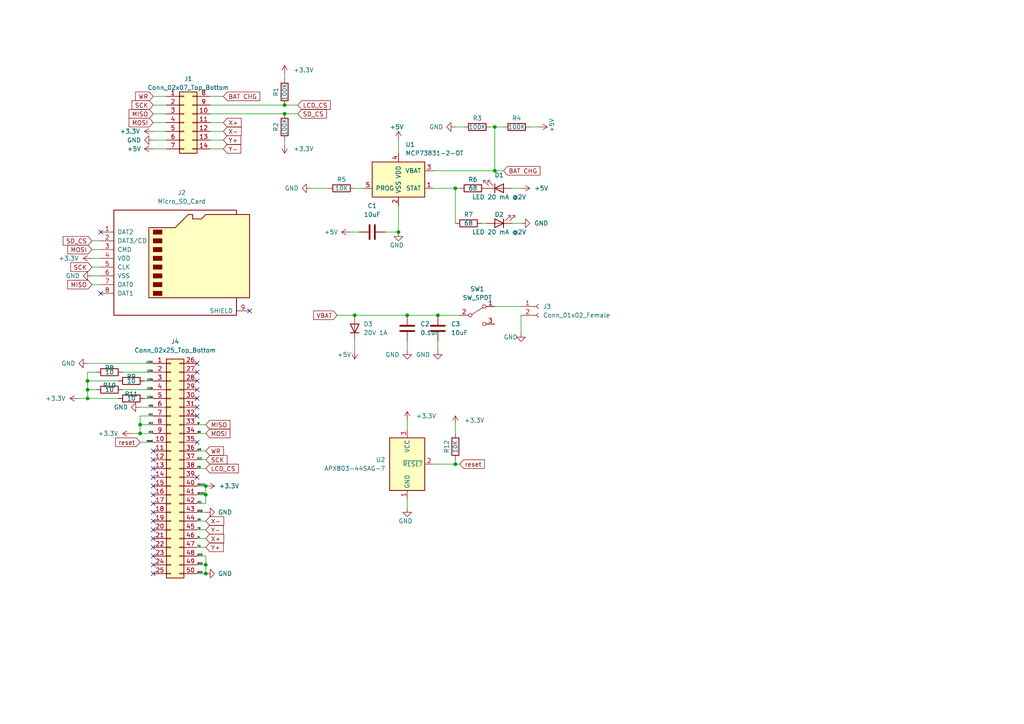
<source format=kicad_sch>
(kicad_sch (version 20211123) (generator eeschema)
  (paper "A4")
  (lib_symbols
    (symbol "Battery_Management:MCP73831-2-OT" (pin_names (offset 1.016))
      (property "Reference" "U" (at -7.62 6.35 0))
      (property "Value" "MCP73831-2-OT" (at 1.27 6.35 0))
      (symbol "MCP73831-2-OT_0_1"
        (rectangle (start -7.62 5.08) (end 7.62 -5.08) (stroke (width 0.254)) (fill (type background)))
      )
      (symbol "MCP73831-2-OT_1_1"
        (pin output line (at 10.16 -2.54 180) (length 2.54) (name "STAT") (number "1"))
        (pin power_in line (at 0 -7.62 90) (length 2.54) (name "VSS") (number "2"))
        (pin power_out line (at 10.16 2.54 180) (length 2.54) (name "VBAT") (number "3"))
        (pin power_in line (at 0 7.62 270) (length 2.54) (name "VDD") (number "4"))
        (pin input line (at -10.16 -2.54 0) (length 2.54) (name "PROG") (number "5"))
      )
    )
    (symbol "Connector:Conn_01x02_Female" (pin_names (offset 1.016) hide)
      (property "Reference" "J" (at 0 2.54 0))
      (property "Value" "Conn_01x02_Female" (at 0 -5.08 0))
      (symbol "Conn_01x02_Female_1_1"
        (arc (start 0 -2.032) (mid -0.508 -2.54) (end 0 -3.048) (stroke (width 0.1524)))
        (polyline (pts (xy -1.27 -2.54) (xy -0.508 -2.54)) (stroke (width 0.1524)))
        (polyline (pts (xy -1.27 0) (xy -0.508 0)) (stroke (width 0.1524)))
        (arc (start 0 0.508) (mid -0.508 0) (end 0 -0.508) (stroke (width 0.1524)))
        (pin passive line (at -5.08 0 0) (length 3.81) (name "Pin_1") (number "1"))
        (pin passive line (at -5.08 -2.54 0) (length 3.81) (name "Pin_2") (number "2"))
      )
    )
    (symbol "Connector:Micro_SD_Card" (pin_names (offset 1.016))
      (property "Reference" "J" (at -16.51 15.24 0))
      (property "Value" "Micro_SD_Card" (at 16.51 15.24 0))
      (symbol "Micro_SD_Card_0_1"
        (rectangle (start -7.62 -9.525) (end -5.08 -10.795) (fill (type outline)))
        (rectangle (start -7.62 -6.985) (end -5.08 -8.255) (fill (type outline)))
        (rectangle (start -7.62 -4.445) (end -5.08 -5.715) (fill (type outline)))
        (rectangle (start -7.62 -1.905) (end -5.08 -3.175) (fill (type outline)))
        (rectangle (start -7.62 0.635) (end -5.08 -0.635) (fill (type outline)))
        (rectangle (start -7.62 3.175) (end -5.08 1.905) (fill (type outline)))
        (rectangle (start -7.62 5.715) (end -5.08 4.445) (fill (type outline)))
        (rectangle (start -7.62 8.255) (end -5.08 6.985) (fill (type outline)))
        (polyline (pts (xy 16.51 12.7) (xy 16.51 13.97) (xy -19.05 13.97) (xy -19.05 -16.51) (xy 16.51 -16.51) (xy 16.51 -11.43)) (stroke (width 0.254)))
        (polyline (pts (xy -8.89 -11.43) (xy -8.89 8.89) (xy -1.27 8.89) (xy 2.54 12.7) (xy 3.81 12.7) (xy 3.81 11.43) (xy 6.35 11.43) (xy 7.62 12.7) (xy 20.32 12.7) (xy 20.32 -11.43) (xy -8.89 -11.43)) (stroke (width 0.254)) (fill (type background)))
      )
      (symbol "Micro_SD_Card_1_1"
        (pin bidirectional line (at -22.86 7.62 0) (length 3.81) (name "DAT2") (number "1"))
        (pin bidirectional line (at -22.86 5.08 0) (length 3.81) (name "DAT3/CD") (number "2"))
        (pin input line (at -22.86 2.54 0) (length 3.81) (name "CMD") (number "3"))
        (pin power_in line (at -22.86 0 0) (length 3.81) (name "VDD") (number "4"))
        (pin input line (at -22.86 -2.54 0) (length 3.81) (name "CLK") (number "5"))
        (pin power_in line (at -22.86 -5.08 0) (length 3.81) (name "VSS") (number "6"))
        (pin bidirectional line (at -22.86 -7.62 0) (length 3.81) (name "DAT0") (number "7"))
        (pin bidirectional line (at -22.86 -10.16 0) (length 3.81) (name "DAT1") (number "8"))
        (pin passive line (at 20.32 -15.24 180) (length 3.81) (name "SHIELD") (number "9"))
      )
    )
    (symbol "Connector_Generic:Conn_02x07_Top_Bottom" (pin_names (offset 1.016) hide)
      (property "Reference" "J" (at 1.27 10.16 0))
      (property "Value" "Conn_02x07_Top_Bottom" (at 1.27 -10.16 0))
      (symbol "Conn_02x07_Top_Bottom_1_1"
        (rectangle (start -1.27 -7.493) (end 0 -7.747) (stroke (width 0.1524)))
        (rectangle (start -1.27 -4.953) (end 0 -5.207) (stroke (width 0.1524)))
        (rectangle (start -1.27 -2.413) (end 0 -2.667) (stroke (width 0.1524)))
        (rectangle (start -1.27 0.127) (end 0 -0.127) (stroke (width 0.1524)))
        (rectangle (start -1.27 2.667) (end 0 2.413) (stroke (width 0.1524)))
        (rectangle (start -1.27 5.207) (end 0 4.953) (stroke (width 0.1524)))
        (rectangle (start -1.27 7.747) (end 0 7.493) (stroke (width 0.1524)))
        (rectangle (start -1.27 8.89) (end 3.81 -8.89) (stroke (width 0.254)) (fill (type background)))
        (rectangle (start 3.81 -7.493) (end 2.54 -7.747) (stroke (width 0.1524)))
        (rectangle (start 3.81 -4.953) (end 2.54 -5.207) (stroke (width 0.1524)))
        (rectangle (start 3.81 -2.413) (end 2.54 -2.667) (stroke (width 0.1524)))
        (rectangle (start 3.81 0.127) (end 2.54 -0.127) (stroke (width 0.1524)))
        (rectangle (start 3.81 2.667) (end 2.54 2.413) (stroke (width 0.1524)))
        (rectangle (start 3.81 5.207) (end 2.54 4.953) (stroke (width 0.1524)))
        (rectangle (start 3.81 7.747) (end 2.54 7.493) (stroke (width 0.1524)))
        (pin passive line (at -5.08 7.62 0) (length 3.81) (name "Pin_1") (number "1"))
        (pin passive line (at 7.62 2.54 180) (length 3.81) (name "Pin_10") (number "10"))
        (pin passive line (at 7.62 0 180) (length 3.81) (name "Pin_11") (number "11"))
        (pin passive line (at 7.62 -2.54 180) (length 3.81) (name "Pin_12") (number "12"))
        (pin passive line (at 7.62 -5.08 180) (length 3.81) (name "Pin_13") (number "13"))
        (pin passive line (at 7.62 -7.62 180) (length 3.81) (name "Pin_14") (number "14"))
        (pin passive line (at -5.08 5.08 0) (length 3.81) (name "Pin_2") (number "2"))
        (pin passive line (at -5.08 2.54 0) (length 3.81) (name "Pin_3") (number "3"))
        (pin passive line (at -5.08 0 0) (length 3.81) (name "Pin_4") (number "4"))
        (pin passive line (at -5.08 -2.54 0) (length 3.81) (name "Pin_5") (number "5"))
        (pin passive line (at -5.08 -5.08 0) (length 3.81) (name "Pin_6") (number "6"))
        (pin passive line (at -5.08 -7.62 0) (length 3.81) (name "Pin_7") (number "7"))
        (pin passive line (at 7.62 7.62 180) (length 3.81) (name "Pin_8") (number "8"))
        (pin passive line (at 7.62 5.08 180) (length 3.81) (name "Pin_9") (number "9"))
      )
    )
    (symbol "Connector_Generic:Conn_02x25_Top_Bottom" (pin_names (offset 1.016) hide)
      (property "Reference" "J" (at 1.27 33.02 0))
      (property "Value" "Conn_02x25_Top_Bottom" (at 1.27 -33.02 0))
      (symbol "Conn_02x25_Top_Bottom_1_1"
        (rectangle (start -1.27 -30.353) (end 0 -30.607) (stroke (width 0.1524)))
        (rectangle (start -1.27 -27.813) (end 0 -28.067) (stroke (width 0.1524)))
        (rectangle (start -1.27 -25.273) (end 0 -25.527) (stroke (width 0.1524)))
        (rectangle (start -1.27 -22.733) (end 0 -22.987) (stroke (width 0.1524)))
        (rectangle (start -1.27 -20.193) (end 0 -20.447) (stroke (width 0.1524)))
        (rectangle (start -1.27 -17.653) (end 0 -17.907) (stroke (width 0.1524)))
        (rectangle (start -1.27 -15.113) (end 0 -15.367) (stroke (width 0.1524)))
        (rectangle (start -1.27 -12.573) (end 0 -12.827) (stroke (width 0.1524)))
        (rectangle (start -1.27 -10.033) (end 0 -10.287) (stroke (width 0.1524)))
        (rectangle (start -1.27 -7.493) (end 0 -7.747) (stroke (width 0.1524)))
        (rectangle (start -1.27 -4.953) (end 0 -5.207) (stroke (width 0.1524)))
        (rectangle (start -1.27 -2.413) (end 0 -2.667) (stroke (width 0.1524)))
        (rectangle (start -1.27 0.127) (end 0 -0.127) (stroke (width 0.1524)))
        (rectangle (start -1.27 2.667) (end 0 2.413) (stroke (width 0.1524)))
        (rectangle (start -1.27 5.207) (end 0 4.953) (stroke (width 0.1524)))
        (rectangle (start -1.27 7.747) (end 0 7.493) (stroke (width 0.1524)))
        (rectangle (start -1.27 10.287) (end 0 10.033) (stroke (width 0.1524)))
        (rectangle (start -1.27 12.827) (end 0 12.573) (stroke (width 0.1524)))
        (rectangle (start -1.27 15.367) (end 0 15.113) (stroke (width 0.1524)))
        (rectangle (start -1.27 17.907) (end 0 17.653) (stroke (width 0.1524)))
        (rectangle (start -1.27 20.447) (end 0 20.193) (stroke (width 0.1524)))
        (rectangle (start -1.27 22.987) (end 0 22.733) (stroke (width 0.1524)))
        (rectangle (start -1.27 25.527) (end 0 25.273) (stroke (width 0.1524)))
        (rectangle (start -1.27 28.067) (end 0 27.813) (stroke (width 0.1524)))
        (rectangle (start -1.27 30.607) (end 0 30.353) (stroke (width 0.1524)))
        (rectangle (start -1.27 31.75) (end 3.81 -31.75) (stroke (width 0.254)) (fill (type background)))
        (rectangle (start 3.81 -30.353) (end 2.54 -30.607) (stroke (width 0.1524)))
        (rectangle (start 3.81 -27.813) (end 2.54 -28.067) (stroke (width 0.1524)))
        (rectangle (start 3.81 -25.273) (end 2.54 -25.527) (stroke (width 0.1524)))
        (rectangle (start 3.81 -22.733) (end 2.54 -22.987) (stroke (width 0.1524)))
        (rectangle (start 3.81 -20.193) (end 2.54 -20.447) (stroke (width 0.1524)))
        (rectangle (start 3.81 -17.653) (end 2.54 -17.907) (stroke (width 0.1524)))
        (rectangle (start 3.81 -15.113) (end 2.54 -15.367) (stroke (width 0.1524)))
        (rectangle (start 3.81 -12.573) (end 2.54 -12.827) (stroke (width 0.1524)))
        (rectangle (start 3.81 -10.033) (end 2.54 -10.287) (stroke (width 0.1524)))
        (rectangle (start 3.81 -7.493) (end 2.54 -7.747) (stroke (width 0.1524)))
        (rectangle (start 3.81 -4.953) (end 2.54 -5.207) (stroke (width 0.1524)))
        (rectangle (start 3.81 -2.413) (end 2.54 -2.667) (stroke (width 0.1524)))
        (rectangle (start 3.81 0.127) (end 2.54 -0.127) (stroke (width 0.1524)))
        (rectangle (start 3.81 2.667) (end 2.54 2.413) (stroke (width 0.1524)))
        (rectangle (start 3.81 5.207) (end 2.54 4.953) (stroke (width 0.1524)))
        (rectangle (start 3.81 7.747) (end 2.54 7.493) (stroke (width 0.1524)))
        (rectangle (start 3.81 10.287) (end 2.54 10.033) (stroke (width 0.1524)))
        (rectangle (start 3.81 12.827) (end 2.54 12.573) (stroke (width 0.1524)))
        (rectangle (start 3.81 15.367) (end 2.54 15.113) (stroke (width 0.1524)))
        (rectangle (start 3.81 17.907) (end 2.54 17.653) (stroke (width 0.1524)))
        (rectangle (start 3.81 20.447) (end 2.54 20.193) (stroke (width 0.1524)))
        (rectangle (start 3.81 22.987) (end 2.54 22.733) (stroke (width 0.1524)))
        (rectangle (start 3.81 25.527) (end 2.54 25.273) (stroke (width 0.1524)))
        (rectangle (start 3.81 28.067) (end 2.54 27.813) (stroke (width 0.1524)))
        (rectangle (start 3.81 30.607) (end 2.54 30.353) (stroke (width 0.1524)))
        (pin passive line (at -5.08 30.48 0) (length 3.81) (name "Pin_1") (number "1"))
        (pin passive line (at -5.08 7.62 0) (length 3.81) (name "Pin_10") (number "10"))
        (pin passive line (at -5.08 5.08 0) (length 3.81) (name "Pin_11") (number "11"))
        (pin passive line (at -5.08 2.54 0) (length 3.81) (name "Pin_12") (number "12"))
        (pin passive line (at -5.08 0 0) (length 3.81) (name "Pin_13") (number "13"))
        (pin passive line (at -5.08 -2.54 0) (length 3.81) (name "Pin_14") (number "14"))
        (pin passive line (at -5.08 -5.08 0) (length 3.81) (name "Pin_15") (number "15"))
        (pin passive line (at -5.08 -7.62 0) (length 3.81) (name "Pin_16") (number "16"))
        (pin passive line (at -5.08 -10.16 0) (length 3.81) (name "Pin_17") (number "17"))
        (pin passive line (at -5.08 -12.7 0) (length 3.81) (name "Pin_18") (number "18"))
        (pin passive line (at -5.08 -15.24 0) (length 3.81) (name "Pin_19") (number "19"))
        (pin passive line (at -5.08 27.94 0) (length 3.81) (name "Pin_2") (number "2"))
        (pin passive line (at -5.08 -17.78 0) (length 3.81) (name "Pin_20") (number "20"))
        (pin passive line (at -5.08 -20.32 0) (length 3.81) (name "Pin_21") (number "21"))
        (pin passive line (at -5.08 -22.86 0) (length 3.81) (name "Pin_22") (number "22"))
        (pin passive line (at -5.08 -25.4 0) (length 3.81) (name "Pin_23") (number "23"))
        (pin passive line (at -5.08 -27.94 0) (length 3.81) (name "Pin_24") (number "24"))
        (pin passive line (at -5.08 -30.48 0) (length 3.81) (name "Pin_25") (number "25"))
        (pin passive line (at 7.62 30.48 180) (length 3.81) (name "Pin_26") (number "26"))
        (pin passive line (at 7.62 27.94 180) (length 3.81) (name "Pin_27") (number "27"))
        (pin passive line (at 7.62 25.4 180) (length 3.81) (name "Pin_28") (number "28"))
        (pin passive line (at 7.62 22.86 180) (length 3.81) (name "Pin_29") (number "29"))
        (pin passive line (at -5.08 25.4 0) (length 3.81) (name "Pin_3") (number "3"))
        (pin passive line (at 7.62 20.32 180) (length 3.81) (name "Pin_30") (number "30"))
        (pin passive line (at 7.62 17.78 180) (length 3.81) (name "Pin_31") (number "31"))
        (pin passive line (at 7.62 15.24 180) (length 3.81) (name "Pin_32") (number "32"))
        (pin passive line (at 7.62 12.7 180) (length 3.81) (name "Pin_33") (number "33"))
        (pin passive line (at 7.62 10.16 180) (length 3.81) (name "Pin_34") (number "34"))
        (pin passive line (at 7.62 7.62 180) (length 3.81) (name "Pin_35") (number "35"))
        (pin passive line (at 7.62 5.08 180) (length 3.81) (name "Pin_36") (number "36"))
        (pin passive line (at 7.62 2.54 180) (length 3.81) (name "Pin_37") (number "37"))
        (pin passive line (at 7.62 0 180) (length 3.81) (name "Pin_38") (number "38"))
        (pin passive line (at 7.62 -2.54 180) (length 3.81) (name "Pin_39") (number "39"))
        (pin passive line (at -5.08 22.86 0) (length 3.81) (name "Pin_4") (number "4"))
        (pin passive line (at 7.62 -5.08 180) (length 3.81) (name "Pin_40") (number "40"))
        (pin passive line (at 7.62 -7.62 180) (length 3.81) (name "Pin_41") (number "41"))
        (pin passive line (at 7.62 -10.16 180) (length 3.81) (name "Pin_42") (number "42"))
        (pin passive line (at 7.62 -12.7 180) (length 3.81) (name "Pin_43") (number "43"))
        (pin passive line (at 7.62 -15.24 180) (length 3.81) (name "Pin_44") (number "44"))
        (pin passive line (at 7.62 -17.78 180) (length 3.81) (name "Pin_45") (number "45"))
        (pin passive line (at 7.62 -20.32 180) (length 3.81) (name "Pin_46") (number "46"))
        (pin passive line (at 7.62 -22.86 180) (length 3.81) (name "Pin_47") (number "47"))
        (pin passive line (at 7.62 -25.4 180) (length 3.81) (name "Pin_48") (number "48"))
        (pin passive line (at 7.62 -27.94 180) (length 3.81) (name "Pin_49") (number "49"))
        (pin passive line (at -5.08 20.32 0) (length 3.81) (name "Pin_5") (number "5"))
        (pin passive line (at 7.62 -30.48 180) (length 3.81) (name "Pin_50") (number "50"))
        (pin passive line (at -5.08 17.78 0) (length 3.81) (name "Pin_6") (number "6"))
        (pin passive line (at -5.08 15.24 0) (length 3.81) (name "Pin_7") (number "7"))
        (pin passive line (at -5.08 12.7 0) (length 3.81) (name "Pin_8") (number "8"))
        (pin passive line (at -5.08 10.16 0) (length 3.81) (name "Pin_9") (number "9"))
      )
    )
    (symbol "Device:C" (pin_numbers hide) (pin_names (offset 0.254))
      (property "Reference" "C" (at 0.635 2.54 0))
      (property "Value" "C" (at 0.635 -2.54 0))
      (symbol "C_0_1"
        (polyline (pts (xy -2.032 -0.762) (xy 2.032 -0.762)) (stroke (width 0.508)))
        (polyline (pts (xy -2.032 0.762) (xy 2.032 0.762)) (stroke (width 0.508)))
      )
      (symbol "C_1_1"
        (pin passive line (at 0 3.81 270) (length 2.794) (name "~") (number "1"))
        (pin passive line (at 0 -3.81 90) (length 2.794) (name "~") (number "2"))
      )
    )
    (symbol "Device:D" (pin_numbers hide) (pin_names (offset 1.016) hide)
      (property "Reference" "D" (at 0 2.54 0))
      (property "Value" "D" (at 0 -2.54 0))
      (symbol "D_0_1"
        (polyline (pts (xy -1.27 1.27) (xy -1.27 -1.27)) (stroke (width 0.254)))
        (polyline (pts (xy 1.27 0) (xy -1.27 0)))
        (polyline (pts (xy 1.27 1.27) (xy 1.27 -1.27) (xy -1.27 0) (xy 1.27 1.27)) (stroke (width 0.254)))
      )
      (symbol "D_1_1"
        (pin passive line (at -3.81 0 0) (length 2.54) (name "K") (number "1"))
        (pin passive line (at 3.81 0 180) (length 2.54) (name "A") (number "2"))
      )
    )
    (symbol "Device:LED" (pin_numbers hide) (pin_names (offset 1.016) hide)
      (property "Reference" "D" (at 0 2.54 0))
      (property "Value" "LED" (at 0 -2.54 0))
      (symbol "LED_0_1"
        (polyline (pts (xy -1.27 -1.27) (xy -1.27 1.27)) (stroke (width 0.254)))
        (polyline (pts (xy -1.27 0) (xy 1.27 0)))
        (polyline (pts (xy 1.27 -1.27) (xy 1.27 1.27) (xy -1.27 0) (xy 1.27 -1.27)) (stroke (width 0.254)))
        (polyline (pts (xy -3.048 -0.762) (xy -4.572 -2.286) (xy -3.81 -2.286) (xy -4.572 -2.286) (xy -4.572 -1.524)))
        (polyline (pts (xy -1.778 -0.762) (xy -3.302 -2.286) (xy -2.54 -2.286) (xy -3.302 -2.286) (xy -3.302 -1.524)))
      )
      (symbol "LED_1_1"
        (pin passive line (at -3.81 0 0) (length 2.54) (name "K") (number "1"))
        (pin passive line (at 3.81 0 180) (length 2.54) (name "A") (number "2"))
      )
    )
    (symbol "Device:R" (pin_numbers hide) (pin_names (offset 0))
      (property "Reference" "R" (at 2.032 0 90))
      (property "Value" "R" (at 0 0 90))
      (symbol "R_0_1"
        (rectangle (start -1.016 -2.54) (end 1.016 2.54) (stroke (width 0.254)))
      )
      (symbol "R_1_1"
        (pin passive line (at 0 3.81 270) (length 1.27) (name "~") (number "1"))
        (pin passive line (at 0 -3.81 90) (length 1.27) (name "~") (number "2"))
      )
    )
    (symbol "Power_Supervisor:LM809"
      (property "Reference" "U" (at 2.54 12.7 0))
      (property "Value" "LM809" (at 5.08 10.16 0))
      (symbol "LM809_0_1"
        (rectangle (start 5.08 7.62) (end -5.08 -7.62) (stroke (width 0.254)) (fill (type background)))
      )
      (symbol "LM809_1_1"
        (pin power_in line (at 0 -10.16 90) (length 2.54) (name "GND") (number "1"))
        (pin output line (at 7.62 0 180) (length 2.54) (name "~{RESET}") (number "2"))
        (pin power_in line (at 0 10.16 270) (length 2.54) (name "VCC") (number "3"))
      )
    )
    (symbol "Switch:SW_SPDT" (pin_names (offset 0) hide)
      (property "Reference" "SW" (at 0 4.318 0))
      (property "Value" "SW_SPDT" (at 0 -5.08 0))
      (symbol "SW_SPDT_0_0"
        (circle (center -2.032 0) (radius 0.508))
        (circle (center 2.032 -2.54) (radius 0.508))
      )
      (symbol "SW_SPDT_0_1"
        (polyline (pts (xy -1.524 0.254) (xy 1.651 2.286)))
        (circle (center 2.032 2.54) (radius 0.508))
      )
      (symbol "SW_SPDT_1_1"
        (pin passive line (at 5.08 2.54 180) (length 2.54) (name "A") (number "1"))
        (pin passive line (at -5.08 0 0) (length 2.54) (name "B") (number "2"))
        (pin passive line (at 5.08 -2.54 180) (length 2.54) (name "C") (number "3"))
      )
    )
    (symbol "power:+3.3V" (power) (pin_names (offset 0))
      (property "Value" "+3.3V" (at 0 3.556 0))
      (symbol "+3.3V_0_1"
        (polyline (pts (xy -0.762 1.27) (xy 0 2.54)))
        (polyline (pts (xy 0 0) (xy 0 2.54)))
        (polyline (pts (xy 0 2.54) (xy 0.762 1.27)))
      )
      (symbol "+3.3V_1_1"
        (pin power_in line (at 0 0 90) (length 0) hide (name "+3.3V") (number "1"))
      )
    )
    (symbol "power:+5V" (power) (pin_names (offset 0))
      (property "Value" "+5V" (at 0 3.556 0))
      (symbol "+5V_0_1"
        (polyline (pts (xy -0.762 1.27) (xy 0 2.54)))
        (polyline (pts (xy 0 0) (xy 0 2.54)))
        (polyline (pts (xy 0 2.54) (xy 0.762 1.27)))
      )
      (symbol "+5V_1_1"
        (pin power_in line (at 0 0 90) (length 0) hide (name "+5V") (number "1"))
      )
    )
    (symbol "power:GND" (power) (pin_names (offset 0))
      (property "Value" "GND" (at 0 -3.81 0))
      (symbol "GND_0_1"
        (polyline (pts (xy 0 0) (xy 0 -1.27) (xy 1.27 -1.27) (xy 0 -2.54) (xy -1.27 -1.27) (xy 0 -1.27)))
      )
      (symbol "GND_1_1"
        (pin power_in line (at 0 0 270) (length 0) hide (name "GND") (number "1"))
      )
    )
  )
  (junction (at 25.4 113.03))
  (junction (at 132.08 54.61))
  (junction (at 59.69 163.83))
  (junction (at 82.55 30.48))
  (junction (at 25.4 115.57))
  (junction (at 40.64 125.73))
  (junction (at 143.51 49.53))
  (junction (at 143.51 36.83))
  (junction (at 59.69 166.37))
  (junction (at 40.64 123.19))
  (junction (at 25.4 110.49))
  (junction (at 127 91.44))
  (junction (at 102.87 91.44))
  (junction (at 59.69 140.97))
  (junction (at 132.08 134.62))
  (junction (at 59.69 143.51))
  (junction (at 82.55 33.02))
  (junction (at 118.11 91.44))
  (junction (at 115.57 67.31))
  (no_connect (at 44.45 135.89))
  (no_connect (at 44.45 130.81))
  (no_connect (at 44.45 133.35))
  (no_connect (at 29.21 85.09))
  (no_connect (at 29.21 67.31))
  (no_connect (at 72.39 90.17))
  (no_connect (at 57.15 118.11))
  (no_connect (at 44.45 140.97))
  (no_connect (at 44.45 143.51))
  (no_connect (at 44.45 146.05))
  (no_connect (at 44.45 148.59))
  (no_connect (at 44.45 151.13))
  (no_connect (at 44.45 153.67))
  (no_connect (at 44.45 156.21))
  (no_connect (at 44.45 158.75))
  (no_connect (at 44.45 161.29))
  (no_connect (at 44.45 163.83))
  (no_connect (at 44.45 166.37))
  (no_connect (at 57.15 120.65))
  (no_connect (at 57.15 128.27))
  (no_connect (at 57.15 138.43))
  (no_connect (at 57.15 105.41))
  (no_connect (at 57.15 107.95))
  (no_connect (at 57.15 110.49))
  (no_connect (at 57.15 113.03))
  (no_connect (at 57.15 115.57))
  (no_connect (at 44.45 138.43))
  (wire (pts (xy 60.96 43.18) (xy 64.77 43.18)))
  (wire (pts (xy 57.15 153.67) (xy 59.69 153.67)))
  (wire (pts (xy 125.73 54.61) (xy 132.08 54.61)))
  (wire (pts (xy 57.15 156.21) (xy 59.69 156.21)))
  (wire (pts (xy 25.4 110.49) (xy 25.4 113.03)))
  (wire (pts (xy 102.87 99.06) (xy 102.87 101.6)))
  (wire (pts (xy 148.59 64.77) (xy 151.13 64.77)))
  (wire (pts (xy 57.15 135.89) (xy 59.69 135.89)))
  (wire (pts (xy 127 101.6) (xy 127 99.06)))
  (wire (pts (xy 143.51 88.9) (xy 151.13 88.9)))
  (wire (pts (xy 60.96 35.56) (xy 64.77 35.56)))
  (wire (pts (xy 27.94 107.95) (xy 25.4 107.95)))
  (wire (pts (xy 40.64 123.19) (xy 40.64 120.65)))
  (wire (pts (xy 26.67 69.85) (xy 29.21 69.85)))
  (wire (pts (xy 26.67 77.47) (xy 29.21 77.47)))
  (wire (pts (xy 22.86 115.57) (xy 25.4 115.57)))
  (wire (pts (xy 57.15 146.05) (xy 59.69 146.05)))
  (wire (pts (xy 127 91.44) (xy 133.35 91.44)))
  (wire (pts (xy 35.56 113.03) (xy 44.45 113.03)))
  (wire (pts (xy 25.4 115.57) (xy 34.29 115.57)))
  (wire (pts (xy 60.96 38.1) (xy 64.77 38.1)))
  (wire (pts (xy 82.55 40.64) (xy 82.55 41.91)))
  (wire (pts (xy 38.1 125.73) (xy 40.64 125.73)))
  (wire (pts (xy 143.51 49.53) (xy 143.51 36.83)))
  (wire (pts (xy 25.4 113.03) (xy 27.94 113.03)))
  (wire (pts (xy 132.08 54.61) (xy 132.08 64.77)))
  (wire (pts (xy 26.67 72.39) (xy 29.21 72.39)))
  (wire (pts (xy 153.67 36.83) (xy 156.21 36.83)))
  (wire (pts (xy 57.15 148.59) (xy 59.69 148.59)))
  (wire (pts (xy 82.55 33.02) (xy 86.36 33.02)))
  (wire (pts (xy 40.64 120.65) (xy 44.45 120.65)))
  (wire (pts (xy 40.64 118.11) (xy 44.45 118.11)))
  (wire (pts (xy 132.08 123.19) (xy 132.08 125.73)))
  (wire (pts (xy 132.08 134.62) (xy 132.08 133.35)))
  (wire (pts (xy 41.91 115.57) (xy 44.45 115.57)))
  (wire (pts (xy 44.45 125.73) (xy 40.64 125.73)))
  (wire (pts (xy 26.67 74.93) (xy 29.21 74.93)))
  (wire (pts (xy 25.4 113.03) (xy 25.4 115.57)))
  (wire (pts (xy 82.55 30.48) (xy 86.36 30.48)))
  (wire (pts (xy 57.15 143.51) (xy 59.69 143.51)))
  (wire (pts (xy 44.45 38.1) (xy 48.26 38.1)))
  (wire (pts (xy 35.56 107.95) (xy 44.45 107.95)))
  (wire (pts (xy 26.67 80.01) (xy 29.21 80.01)))
  (wire (pts (xy 143.51 49.53) (xy 146.05 49.53)))
  (wire (pts (xy 41.91 110.49) (xy 44.45 110.49)))
  (wire (pts (xy 102.87 91.44) (xy 118.11 91.44)))
  (wire (pts (xy 59.69 163.83) (xy 59.69 166.37)))
  (wire (pts (xy 60.96 40.64) (xy 64.77 40.64)))
  (wire (pts (xy 40.64 125.73) (xy 40.64 123.19)))
  (wire (pts (xy 25.4 110.49) (xy 34.29 110.49)))
  (wire (pts (xy 44.45 123.19) (xy 40.64 123.19)))
  (wire (pts (xy 60.96 30.48) (xy 82.55 30.48)))
  (wire (pts (xy 57.15 151.13) (xy 59.69 151.13)))
  (wire (pts (xy 57.15 163.83) (xy 59.69 163.83)))
  (wire (pts (xy 59.69 161.29) (xy 59.69 163.83)))
  (wire (pts (xy 118.11 99.06) (xy 118.11 101.6)))
  (wire (pts (xy 57.15 161.29) (xy 59.69 161.29)))
  (wire (pts (xy 57.15 158.75) (xy 59.69 158.75)))
  (wire (pts (xy 115.57 40.64) (xy 115.57 44.45)))
  (wire (pts (xy 148.59 54.61) (xy 151.13 54.61)))
  (wire (pts (xy 44.45 40.64) (xy 48.26 40.64)))
  (wire (pts (xy 115.57 59.69) (xy 115.57 67.31)))
  (wire (pts (xy 57.15 130.81) (xy 59.69 130.81)))
  (wire (pts (xy 44.45 30.48) (xy 48.26 30.48)))
  (wire (pts (xy 151.13 91.44) (xy 151.13 96.52)))
  (wire (pts (xy 57.15 125.73) (xy 59.69 125.73)))
  (wire (pts (xy 143.51 36.83) (xy 146.05 36.83)))
  (wire (pts (xy 40.64 128.27) (xy 44.45 128.27)))
  (wire (pts (xy 82.55 21.59) (xy 82.55 22.86)))
  (wire (pts (xy 60.96 33.02) (xy 82.55 33.02)))
  (wire (pts (xy 101.6 67.31) (xy 104.14 67.31)))
  (wire (pts (xy 132.08 36.83) (xy 134.62 36.83)))
  (wire (pts (xy 118.11 121.92) (xy 118.11 124.46)))
  (wire (pts (xy 57.15 166.37) (xy 59.69 166.37)))
  (wire (pts (xy 25.4 105.41) (xy 44.45 105.41)))
  (wire (pts (xy 142.24 36.83) (xy 143.51 36.83)))
  (wire (pts (xy 139.7 64.77) (xy 140.97 64.77)))
  (wire (pts (xy 57.15 133.35) (xy 59.69 133.35)))
  (wire (pts (xy 132.08 134.62) (xy 133.35 134.62)))
  (wire (pts (xy 102.87 54.61) (xy 105.41 54.61)))
  (wire (pts (xy 59.69 140.97) (xy 59.69 143.51)))
  (wire (pts (xy 25.4 107.95) (xy 25.4 110.49)))
  (wire (pts (xy 57.15 123.19) (xy 59.69 123.19)))
  (wire (pts (xy 132.08 54.61) (xy 133.35 54.61)))
  (wire (pts (xy 44.45 33.02) (xy 48.26 33.02)))
  (wire (pts (xy 118.11 144.78) (xy 118.11 147.32)))
  (wire (pts (xy 59.69 143.51) (xy 59.69 146.05)))
  (wire (pts (xy 44.45 35.56) (xy 48.26 35.56)))
  (wire (pts (xy 26.67 82.55) (xy 29.21 82.55)))
  (wire (pts (xy 60.96 27.94) (xy 64.77 27.94)))
  (wire (pts (xy 44.45 43.18) (xy 48.26 43.18)))
  (wire (pts (xy 90.17 54.61) (xy 95.25 54.61)))
  (wire (pts (xy 97.79 91.44) (xy 102.87 91.44)))
  (wire (pts (xy 57.15 140.97) (xy 59.69 140.97)))
  (wire (pts (xy 125.73 49.53) (xy 143.51 49.53)))
  (wire (pts (xy 44.45 27.94) (xy 48.26 27.94)))
  (wire (pts (xy 118.11 91.44) (xy 127 91.44)))
  (wire (pts (xy 125.73 134.62) (xy 132.08 134.62)))
  (wire (pts (xy 111.76 67.31) (xy 115.57 67.31)))
  (label "VCL" (at 57.15 146.05 0) (effects (font (size 0.5 0.5))))
  (label "GND" (at 57.15 148.59 0) (effects (font (size 0.5 0.5))))
  (label "YU" (at 57.15 158.75 0) (effects (font (size 0.5 0.5))))
  (label "IOVCC" (at 57.15 143.51 0) (effects (font (size 0.5 0.5))))
  (label "GND" (at 57.15 163.83 0) (effects (font (size 0.5 0.5))))
  (label "DO" (at 57.15 125.73 0) (effects (font (size 0.5 0.5))))
  (label "IM2" (at 44.45 123.19 180) (effects (font (size 0.5 0.5))))
  (label "GND" (at 57.15 161.29 0) (effects (font (size 0.5 0.5))))
  (label "reset" (at 44.45 128.27 180) (effects (font (size 0.5 0.5))))
  (label "LEDA" (at 44.45 115.57 180) (effects (font (size 0.5 0.5))))
  (label "LEDK" (at 44.45 105.41 180) (effects (font (size 0.5 0.5))))
  (label "LEDA" (at 44.45 110.49 180) (effects (font (size 0.5 0.5))))
  (label "WR" (at 57.15 130.81 0) (effects (font (size 0.5 0.5))))
  (label "GND" (at 57.15 166.37 0) (effects (font (size 0.5 0.5))))
  (label "LEDA" (at 44.45 113.03 180) (effects (font (size 0.5 0.5))))
  (label "IM0" (at 44.45 118.11 180) (effects (font (size 0.5 0.5))))
  (label "LEDA" (at 44.45 107.95 180) (effects (font (size 0.5 0.5))))
  (label "YD" (at 57.15 153.67 0) (effects (font (size 0.5 0.5))))
  (label "XL" (at 57.15 156.21 0) (effects (font (size 0.5 0.5))))
  (label "IM3" (at 44.45 125.73 180) (effects (font (size 0.5 0.5))))
  (label "DI" (at 57.15 123.19 0) (effects (font (size 0.5 0.5))))
  (label "IM1" (at 44.45 120.65 180) (effects (font (size 0.5 0.5))))
  (label "CS" (at 57.15 135.89 0) (effects (font (size 0.5 0.5))))
  (label "IOVCC" (at 57.15 140.97 0) (effects (font (size 0.5 0.5))))
  (label "XR" (at 57.15 151.13 0) (effects (font (size 0.5 0.5))))
  (label "CLK" (at 57.15 133.35 0) (effects (font (size 0.5 0.5))))
  (global_label "X-" (shape input) (at 64.77 38.1 0) (property "Intersheet References" "${INTERSHEET_REFS}" (effects hide)))
  (global_label "BAT CHG" (shape input) (at 64.77 27.94 0) (property "Intersheet References" "${INTERSHEET_REFS}" (effects hide)))
  (global_label "LCD_CS" (shape input) (at 59.69 135.89 0) (property "Intersheet References" "${INTERSHEET_REFS}" (effects hide)))
  (global_label "Y-" (shape input) (at 64.77 43.18 0) (property "Intersheet References" "${INTERSHEET_REFS}" (effects hide)))
  (global_label "Y-" (shape input) (at 59.69 153.67 0) (property "Intersheet References" "${INTERSHEET_REFS}" (effects hide)))
  (global_label "WR" (shape input) (at 59.69 130.81 0) (property "Intersheet References" "${INTERSHEET_REFS}" (effects hide)))
  (global_label "reset" (shape input) (at 40.64 128.27 180) (property "Intersheet References" "${INTERSHEET_REFS}" (effects hide)))
  (global_label "MISO" (shape input) (at 44.45 33.02 180) (property "Intersheet References" "${INTERSHEET_REFS}" (effects hide)))
  (global_label "BAT CHG" (shape input) (at 146.05 49.53 0) (property "Intersheet References" "${INTERSHEET_REFS}" (effects hide)))
  (global_label "LCD_CS" (shape input) (at 86.36 30.48 0) (property "Intersheet References" "${INTERSHEET_REFS}" (effects hide)))
  (global_label "WR" (shape input) (at 44.45 27.94 180) (property "Intersheet References" "${INTERSHEET_REFS}" (effects hide)))
  (global_label "MOSI" (shape input) (at 59.69 125.73 0) (property "Intersheet References" "${INTERSHEET_REFS}" (effects hide)))
  (global_label "X+" (shape input) (at 59.69 156.21 0) (property "Intersheet References" "${INTERSHEET_REFS}" (effects hide)))
  (global_label "SCK" (shape input) (at 59.69 133.35 0) (property "Intersheet References" "${INTERSHEET_REFS}" (effects hide)))
  (global_label "Y+" (shape input) (at 64.77 40.64 0) (property "Intersheet References" "${INTERSHEET_REFS}" (effects hide)))
  (global_label "Y+" (shape input) (at 59.69 158.75 0) (property "Intersheet References" "${INTERSHEET_REFS}" (effects hide)))
  (global_label "X+" (shape input) (at 64.77 35.56 0) (property "Intersheet References" "${INTERSHEET_REFS}" (effects hide)))
  (global_label "MISO" (shape input) (at 59.69 123.19 0) (property "Intersheet References" "${INTERSHEET_REFS}" (effects hide)))
  (global_label "VBAT" (shape input) (at 97.79 91.44 180) (property "Intersheet References" "${INTERSHEET_REFS}" (effects hide)))
  (global_label "MOSI" (shape input) (at 44.45 35.56 180) (property "Intersheet References" "${INTERSHEET_REFS}" (effects hide)))
  (global_label "SD_CS" (shape input) (at 86.36 33.02 0) (property "Intersheet References" "${INTERSHEET_REFS}" (effects hide)))
  (global_label "SD_CS" (shape input) (at 26.67 69.85 180) (property "Intersheet References" "${INTERSHEET_REFS}" (effects hide)))
  (global_label "SCK" (shape input) (at 44.45 30.48 180) (property "Intersheet References" "${INTERSHEET_REFS}" (effects hide)))
  (global_label "X-" (shape input) (at 59.69 151.13 0) (property "Intersheet References" "${INTERSHEET_REFS}" (effects hide)))
  (global_label "MOSI" (shape input) (at 26.67 72.39 180) (property "Intersheet References" "${INTERSHEET_REFS}" (effects hide)))
  (global_label "MISO" (shape input) (at 26.67 82.55 180) (property "Intersheet References" "${INTERSHEET_REFS}" (effects hide)))
  (global_label "SCK" (shape input) (at 26.67 77.47 180) (property "Intersheet References" "${INTERSHEET_REFS}" (effects hide)))
  (global_label "reset" (shape input) (at 133.35 134.62 0) (property "Intersheet References" "${INTERSHEET_REFS}" (effects hide)))
  (symbol (lib_id "Device:R") (at 38.1 115.57 90) (unit 1)
    (property "Reference" "R11" (at 38.1 114.3 90))
    (property "Value" "10" (at 38.1 115.57 90))
    (property "Footprint" "Resistor_SMD:R_0805_2012Metric" (effects hide))
  )
  (symbol (lib_id "Connector:Conn_01x02_Female") (at 156.21 88.9 0) (unit 1)
    (property "Reference" "J3" (at 157.48 88.8999 0) (effects (justify left)))
    (property "Value" "Conn_01x02_Female" (at 157.48 91.4399 0) (effects (justify left)))
    (property "Footprint" "Connector_JST:JST_PH_S2B-PH-SM4-TB_1x02-1MP_P2.00mm_Horizontal" (effects hide))
    (property "LCSC" "C295747" (effects hide))
  )
  (symbol (lib_id "power:GND") (at 118.11 147.32 0) (unit 1)
    (property "Reference" "#PWR028" (effects hide))
    (property "Value" "GND" (at 115.57 151.13 0) (effects (justify left)))
  )
  (symbol (lib_id "Power_Supervisor:LM809") (at 118.11 134.62 0) (unit 1)
    (property "Reference" "U2" (at 111.76 133.3499 0) (effects (justify right)))
    (property "Value" "APX803-44SAG-7" (at 111.76 135.8899 0) (effects (justify right)))
    (property "Footprint" "Package_TO_SOT_SMD:SOT-23" (effects hide))
    (property "Datasheet" "http://www.ti.com/lit/ds/symlink/lm809.pdf" (effects hide))
    (property "LCSC" "C9965" (effects hide))
  )
  (symbol (lib_id "Connector:Micro_SD_Card") (at 52.07 74.93 0) (unit 1)
    (property "Reference" "J2" (at 52.705 55.88 0))
    (property "Value" "Micro_SD_Card" (at 52.705 58.42 0))
    (property "Footprint" "Connector_Card:microSD_HC_Molex_104031-0811" (effects hide))
    (property "Datasheet" "http://katalog.we-online.de/em/datasheet/693072010801.pdf" (effects hide))
    (property "LCSC" "C585350" (effects hide))
  )
  (symbol (lib_id "power:GND") (at 40.64 118.11 270) (unit 1)
    (property "Reference" "#PWR019" (effects hide))
    (property "Value" "GND" (at 33.02 118.11 90) (effects (justify left)))
  )
  (symbol (lib_id "power:GND") (at 90.17 54.61 270) (unit 1)
    (property "Reference" "#PWR09" (effects hide))
    (property "Value" "GND" (at 82.55 54.61 90) (effects (justify left)))
  )
  (symbol (lib_id "power:+3.3V") (at 22.86 115.57 90) (unit 1)
    (property "Reference" "#PWR018" (effects hide))
    (property "Value" "+3.3V" (at 19.05 115.5699 90) (effects (justify left)))
  )
  (symbol (lib_id "Device:C") (at 107.95 67.31 270) (unit 1)
    (property "Reference" "C1" (at 107.95 59.69 90))
    (property "Value" "10uF" (at 107.95 62.23 90))
    (property "Footprint" "Capacitor_SMD:C_0805_2012Metric" (effects hide))
  )
  (symbol (lib_id "Switch:SW_SPDT") (at 138.43 91.44 0) (unit 1)
    (property "Reference" "SW1" (at 138.43 83.82 0))
    (property "Value" "SW_SPDT" (at 138.43 86.36 0))
    (property "Footprint" "Button_Switch_SMD:SW_SPDT_CK-JS102011SAQN" (effects hide))
    (property "LCSC" "C221660" (effects hide))
  )
  (symbol (lib_id "Device:R") (at 82.55 36.83 180) (unit 1)
    (property "Reference" "R2" (at 80.01 36.83 90))
    (property "Value" "100K" (at 82.55 36.83 90))
    (property "Footprint" "Resistor_SMD:R_0805_2012Metric" (effects hide))
  )
  (symbol (lib_id "power:+3.3V") (at 82.55 21.59 0) (unit 1)
    (property "Reference" "#PWR01" (effects hide))
    (property "Value" "+3.3V" (at 85.09 20.3199 0) (effects (justify left)))
  )
  (symbol (lib_id "power:+5V") (at 115.57 40.64 0) (unit 1)
    (property "Reference" "#PWR06" (effects hide))
    (property "Value" "+5V" (at 113.03 36.83 0) (effects (justify left)))
  )
  (symbol (lib_id "power:+5V") (at 156.21 36.83 270) (unit 1)
    (property "Reference" "#PWR03" (effects hide))
    (property "Value" "+5V" (at 160.02 34.29 0) (effects (justify left)))
  )
  (symbol (lib_id "Connector_Generic:Conn_02x25_Top_Bottom") (at 49.53 135.89 0) (unit 1)
    (property "Reference" "J4" (at 50.8 99.06 0))
    (property "Value" "Conn_02x25_Top_Bottom" (at 50.8 101.6 0))
    (property "Footprint" "Connector_FFC-FPC:Hirose_FH12-50S-0.5SH_1x50-1MP_P0.50mm_Horizontal" (effects hide))
    (property "LCSC" "C375909" (effects hide))
  )
  (symbol (lib_id "Device:R") (at 137.16 54.61 90) (unit 1)
    (property "Reference" "R6" (at 137.16 52.07 90))
    (property "Value" "68" (at 137.16 54.61 90))
    (property "Footprint" "Resistor_SMD:R_0805_2012Metric" (effects hide))
  )
  (symbol (lib_id "Device:D") (at 102.87 95.25 90) (unit 1)
    (property "Reference" "D3" (at 105.41 93.9799 90) (effects (justify right)))
    (property "Value" "20V 1A" (at 105.41 96.5199 90) (effects (justify right)))
    (property "Footprint" "Diode_SMD:D_SOD-123" (effects hide))
    (property "LCSC" "C236132" (effects hide))
  )
  (symbol (lib_id "power:GND") (at 59.69 166.37 90) (unit 1)
    (property "Reference" "#PWR029" (effects hide))
    (property "Value" "GND" (at 67.31 166.37 90) (effects (justify left)))
  )
  (symbol (lib_id "Device:C") (at 118.11 95.25 180) (unit 1)
    (property "Reference" "C2" (at 121.92 93.9799 0) (effects (justify right)))
    (property "Value" "0.1uf" (at 121.92 96.5199 0) (effects (justify right)))
    (property "Footprint" "Capacitor_SMD:C_0805_2012Metric" (effects hide))
  )
  (symbol (lib_id "power:GND") (at 151.13 96.52 0) (unit 1)
    (property "Reference" "#PWR017" (effects hide))
    (property "Value" "GND" (at 146.05 97.79 0) (effects (justify left)))
  )
  (symbol (lib_id "power:+3.3V") (at 26.67 74.93 90) (unit 1)
    (property "Reference" "#PWR014" (effects hide))
    (property "Value" "+3.3V" (at 22.86 74.9299 90) (effects (justify left)))
  )
  (symbol (lib_id "Device:R") (at 31.75 107.95 90) (unit 1)
    (property "Reference" "R8" (at 31.75 106.68 90))
    (property "Value" "10" (at 31.75 107.95 90))
    (property "Footprint" "Resistor_SMD:R_0805_2012Metric" (effects hide))
  )
  (symbol (lib_id "power:+3.3V") (at 38.1 125.73 90) (unit 1)
    (property "Reference" "#PWR023" (effects hide))
    (property "Value" "+3.3V" (at 34.29 125.7299 90) (effects (justify left)))
  )
  (symbol (lib_id "Device:LED") (at 144.78 54.61 0) (mirror x) (unit 1)
    (property "Reference" "D1" (at 144.78 50.8 0))
    (property "Value" "LED 20 mA @2V" (at 144.78 57.15 0))
    (property "Footprint" "LED_SMD:LED_0805_2012Metric" (effects hide))
    (property "LCSC" "C2296" (effects hide))
  )
  (symbol (lib_id "power:GND") (at 26.67 80.01 270) (unit 1)
    (property "Reference" "#PWR015" (effects hide))
    (property "Value" "GND" (at 19.05 80.01 90) (effects (justify left)))
  )
  (symbol (lib_id "power:+3.3V") (at 118.11 121.92 0) (unit 1)
    (property "Reference" "#PWR024" (effects hide))
    (property "Value" "+3.3V" (at 120.65 120.6499 0) (effects (justify left)))
  )
  (symbol (lib_id "power:+3.3V") (at 82.55 41.91 180) (unit 1)
    (property "Reference" "#PWR07" (effects hide))
    (property "Value" "+3.3V" (at 85.09 43.1799 0) (effects (justify right)))
  )
  (symbol (lib_id "power:+5V") (at 44.45 43.18 90) (unit 1)
    (property "Reference" "#PWR08" (effects hide))
    (property "Value" "+5V" (at 36.83 43.18 90) (effects (justify right)))
  )
  (symbol (lib_id "power:GND") (at 59.69 148.59 90) (unit 1)
    (property "Reference" "#PWR027" (effects hide))
    (property "Value" "GND" (at 67.31 148.59 90) (effects (justify left)))
  )
  (symbol (lib_id "Device:R") (at 132.08 129.54 180) (unit 1)
    (property "Reference" "R12" (at 129.54 129.54 90))
    (property "Value" "10K" (at 132.08 129.54 90))
    (property "Footprint" "Resistor_SMD:R_0805_2012Metric" (effects hide))
  )
  (symbol (lib_id "power:+3.3V") (at 59.69 140.97 270) (unit 1)
    (property "Reference" "#PWR026" (effects hide))
    (property "Value" "+3.3V" (at 63.5 140.9699 90) (effects (justify left)))
  )
  (symbol (lib_id "power:GND") (at 44.45 40.64 270) (unit 1)
    (property "Reference" "#PWR05" (effects hide))
    (property "Value" "GND" (at 36.83 40.64 90) (effects (justify left)))
  )
  (symbol (lib_id "Device:R") (at 135.89 64.77 90) (unit 1)
    (property "Reference" "R7" (at 135.89 62.23 90))
    (property "Value" "68" (at 135.89 64.77 90))
    (property "Footprint" "Resistor_SMD:R_0805_2012Metric" (effects hide))
  )
  (symbol (lib_id "Battery_Management:MCP73831-2-OT") (at 115.57 52.07 0) (unit 1)
    (property "Reference" "U1" (at 117.5894 41.91 0) (effects (justify left)))
    (property "Value" "MCP73831-2-OT" (at 117.5894 44.45 0) (effects (justify left)))
    (property "Footprint" "Package_TO_SOT_SMD:SOT-23-5" (effects hide))
    (property "Datasheet" "http://ww1.microchip.com/downloads/en/DeviceDoc/20001984g.pdf" (effects hide))
    (property "LCSC" "C424093" (effects hide))
  )
  (symbol (lib_id "power:GND") (at 151.13 64.77 90) (unit 1)
    (property "Reference" "#PWR011" (effects hide))
    (property "Value" "GND" (at 154.94 64.7699 90) (effects (justify right)))
  )
  (symbol (lib_id "power:GND") (at 132.08 36.83 270) (unit 1)
    (property "Reference" "#PWR02" (effects hide))
    (property "Value" "GND" (at 124.46 36.83 90) (effects (justify left)))
  )
  (symbol (lib_id "Device:LED") (at 144.78 64.77 180) (unit 1)
    (property "Reference" "D2" (at 144.78 62.23 0))
    (property "Value" "LED 20 mA @2V" (at 144.78 67.31 0))
    (property "Footprint" "LED_SMD:LED_0805_2012Metric" (effects hide))
    (property "LCSC" "C2296" (effects hide))
  )
  (symbol (lib_id "Device:R") (at 82.55 26.67 180) (unit 1)
    (property "Reference" "R1" (at 80.01 26.67 90))
    (property "Value" "100K" (at 82.55 26.67 90))
    (property "Footprint" "Resistor_SMD:R_0805_2012Metric" (effects hide))
  )
  (symbol (lib_id "Device:R") (at 138.43 36.83 90) (unit 1)
    (property "Reference" "R3" (at 138.43 34.29 90))
    (property "Value" "100K" (at 138.43 36.83 90))
    (property "Footprint" "Resistor_SMD:R_0805_2012Metric" (effects hide))
  )
  (symbol (lib_id "Device:C") (at 127 95.25 180) (unit 1)
    (property "Reference" "C3" (at 130.81 93.9799 0) (effects (justify right)))
    (property "Value" "10uF" (at 130.81 96.5199 0) (effects (justify right)))
    (property "Footprint" "Capacitor_SMD:C_0805_2012Metric" (effects hide))
  )
  (symbol (lib_id "Device:R") (at 99.06 54.61 90) (unit 1)
    (property "Reference" "R5" (at 99.06 52.07 90))
    (property "Value" "10K" (at 99.06 54.61 90))
    (property "Footprint" "Resistor_SMD:R_0805_2012Metric" (effects hide))
  )
  (symbol (lib_id "power:+3.3V") (at 44.45 38.1 90) (unit 1)
    (property "Reference" "#PWR04" (effects hide))
    (property "Value" "+3.3V" (at 40.64 38.0999 90) (effects (justify left)))
  )
  (symbol (lib_id "power:GND") (at 127 101.6 0) (unit 1)
    (property "Reference" "#PWR022" (effects hide))
    (property "Value" "GND" (at 120.65 102.87 0) (effects (justify left)))
  )
  (symbol (lib_id "Connector_Generic:Conn_02x07_Top_Bottom") (at 53.34 35.56 0) (unit 1)
    (property "Reference" "J1" (at 54.61 22.86 0))
    (property "Value" "Conn_02x07_Top_Bottom" (at 54.61 25.4 0))
    (property "Footprint" "Adafruit QT PY:Adafruit QT PY" (effects hide))
  )
  (symbol (lib_id "power:+5V") (at 151.13 54.61 270) (unit 1)
    (property "Reference" "#PWR010" (effects hide))
    (property "Value" "+5V" (at 154.94 54.6099 90) (effects (justify left)))
  )
  (symbol (lib_id "power:+3.3V") (at 132.08 123.19 0) (unit 1)
    (property "Reference" "#PWR025" (effects hide))
    (property "Value" "+3.3V" (at 134.62 121.9199 0) (effects (justify left)))
  )
  (symbol (lib_id "Device:R") (at 31.75 113.03 90) (unit 1)
    (property "Reference" "R10" (at 31.75 111.76 90))
    (property "Value" "10" (at 31.75 113.03 90))
    (property "Footprint" "Resistor_SMD:R_0805_2012Metric" (effects hide))
  )
  (symbol (lib_id "power:GND") (at 118.11 101.6 0) (unit 1)
    (property "Reference" "#PWR021" (effects hide))
    (property "Value" "GND" (at 111.76 102.87 0) (effects (justify left)))
  )
  (symbol (lib_id "power:+5V") (at 101.6 67.31 90) (unit 1)
    (property "Reference" "#PWR012" (effects hide))
    (property "Value" "+5V" (at 93.98 67.31 90) (effects (justify right)))
  )
  (symbol (lib_id "Device:R") (at 38.1 110.49 90) (unit 1)
    (property "Reference" "R9" (at 38.1 109.22 90))
    (property "Value" "10" (at 38.1 110.49 90))
    (property "Footprint" "Resistor_SMD:R_0805_2012Metric" (effects hide))
  )
  (symbol (lib_id "power:+5V") (at 102.87 101.6 180) (unit 1)
    (property "Reference" "#PWR020" (effects hide))
    (property "Value" "+5V" (at 97.79 102.87 0) (effects (justify right)))
  )
  (symbol (lib_id "power:GND") (at 25.4 105.41 270) (unit 1)
    (property "Reference" "#PWR016" (effects hide))
    (property "Value" "GND" (at 17.78 105.41 90) (effects (justify left)))
  )
  (symbol (lib_id "power:GND") (at 115.57 67.31 0) (unit 1)
    (property "Reference" "#PWR013" (effects hide))
    (property "Value" "GND" (at 113.03 71.12 0) (effects (justify left)))
  )
  (symbol (lib_id "Device:R") (at 149.86 36.83 90) (unit 1)
    (property "Reference" "R4" (at 149.86 34.29 90))
    (property "Value" "100K" (at 149.86 36.83 90))
    (property "Footprint" "Resistor_SMD:R_0805_2012Metric" (effects hide))
  )
)
</source>
